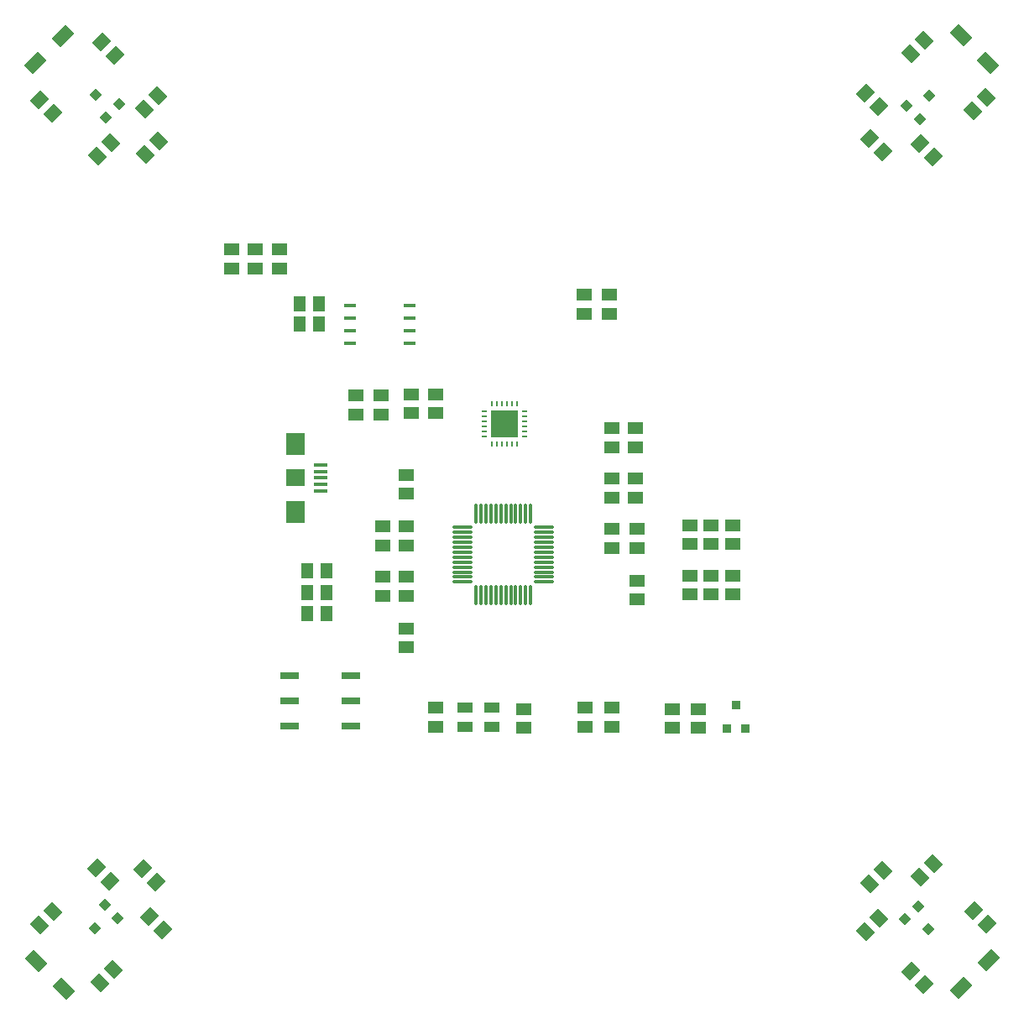
<source format=gtp>
%FSLAX25Y25*%
%MOIN*%
G70*
G01*
G75*
G04 Layer_Color=8421504*
G04:AMPARAMS|DCode=10|XSize=78.74mil|YSize=47.24mil|CornerRadius=0mil|HoleSize=0mil|Usage=FLASHONLY|Rotation=45.000|XOffset=0mil|YOffset=0mil|HoleType=Round|Shape=Rectangle|*
%AMROTATEDRECTD10*
4,1,4,-0.01114,-0.04454,-0.04454,-0.01114,0.01114,0.04454,0.04454,0.01114,-0.01114,-0.04454,0.0*
%
%ADD10ROTATEDRECTD10*%

G04:AMPARAMS|DCode=11|XSize=78.74mil|YSize=47.24mil|CornerRadius=0mil|HoleSize=0mil|Usage=FLASHONLY|Rotation=315.000|XOffset=0mil|YOffset=0mil|HoleType=Round|Shape=Rectangle|*
%AMROTATEDRECTD11*
4,1,4,-0.04454,0.01114,-0.01114,0.04454,0.04454,-0.01114,0.01114,-0.04454,-0.04454,0.01114,0.0*
%
%ADD11ROTATEDRECTD11*%

%ADD12O,0.08268X0.01181*%
%ADD13O,0.01181X0.08268*%
G04:AMPARAMS|DCode=14|XSize=59.06mil|YSize=51.18mil|CornerRadius=0mil|HoleSize=0mil|Usage=FLASHONLY|Rotation=225.000|XOffset=0mil|YOffset=0mil|HoleType=Round|Shape=Rectangle|*
%AMROTATEDRECTD14*
4,1,4,0.00278,0.03897,0.03897,0.00278,-0.00278,-0.03897,-0.03897,-0.00278,0.00278,0.03897,0.0*
%
%ADD14ROTATEDRECTD14*%

G04:AMPARAMS|DCode=15|XSize=35.43mil|YSize=37.4mil|CornerRadius=0mil|HoleSize=0mil|Usage=FLASHONLY|Rotation=45.000|XOffset=0mil|YOffset=0mil|HoleType=Round|Shape=Rectangle|*
%AMROTATEDRECTD15*
4,1,4,0.00070,-0.02575,-0.02575,0.00070,-0.00070,0.02575,0.02575,-0.00070,0.00070,-0.02575,0.0*
%
%ADD15ROTATEDRECTD15*%

G04:AMPARAMS|DCode=16|XSize=35.43mil|YSize=37.4mil|CornerRadius=0mil|HoleSize=0mil|Usage=FLASHONLY|Rotation=45.000|XOffset=0mil|YOffset=0mil|HoleType=Round|Shape=Rectangle|*
%AMROTATEDRECTD16*
4,1,4,0.00070,-0.02575,-0.02575,0.00070,-0.00070,0.02575,0.02575,-0.00070,0.00070,-0.02575,0.0*
%
%ADD16ROTATEDRECTD16*%

G04:AMPARAMS|DCode=17|XSize=59.06mil|YSize=51.18mil|CornerRadius=0mil|HoleSize=0mil|Usage=FLASHONLY|Rotation=135.000|XOffset=0mil|YOffset=0mil|HoleType=Round|Shape=Rectangle|*
%AMROTATEDRECTD17*
4,1,4,0.03897,-0.00278,0.00278,-0.03897,-0.03897,0.00278,-0.00278,0.03897,0.03897,-0.00278,0.0*
%
%ADD17ROTATEDRECTD17*%

G04:AMPARAMS|DCode=18|XSize=53.15mil|YSize=15.75mil|CornerRadius=0mil|HoleSize=0mil|Usage=FLASHONLY|Rotation=0.000|XOffset=0mil|YOffset=0mil|HoleType=Round|Shape=Octagon|*
%AMOCTAGOND18*
4,1,8,0.02658,-0.00394,0.02658,0.00394,0.02264,0.00787,-0.02264,0.00787,-0.02658,0.00394,-0.02658,-0.00394,-0.02264,-0.00787,0.02264,-0.00787,0.02658,-0.00394,0.0*
%
%ADD18OCTAGOND18*%

%ADD19R,0.07480X0.09000*%
%ADD20R,0.07480X0.07087*%
G04:AMPARAMS|DCode=21|XSize=35.43mil|YSize=37.4mil|CornerRadius=0mil|HoleSize=0mil|Usage=FLASHONLY|Rotation=135.000|XOffset=0mil|YOffset=0mil|HoleType=Round|Shape=Rectangle|*
%AMROTATEDRECTD21*
4,1,4,0.02575,0.00070,-0.00070,-0.02575,-0.02575,-0.00070,0.00070,0.02575,0.02575,0.00070,0.0*
%
%ADD21ROTATEDRECTD21*%

G04:AMPARAMS|DCode=22|XSize=35.43mil|YSize=37.4mil|CornerRadius=0mil|HoleSize=0mil|Usage=FLASHONLY|Rotation=135.000|XOffset=0mil|YOffset=0mil|HoleType=Round|Shape=Rectangle|*
%AMROTATEDRECTD22*
4,1,4,0.02575,0.00070,-0.00070,-0.02575,-0.02575,-0.00070,0.00070,0.02575,0.02575,0.00070,0.0*
%
%ADD22ROTATEDRECTD22*%

%ADD23R,0.07480X0.02756*%
%ADD24O,0.02362X0.00984*%
%ADD25O,0.00984X0.02362*%
%ADD26R,0.11024X0.10630*%
%ADD27R,0.05906X0.05118*%
%ADD28R,0.05906X0.03937*%
%ADD29R,0.04724X0.01654*%
%ADD30R,0.05118X0.05906*%
%ADD31R,0.03543X0.03740*%
%ADD32R,0.03543X0.03740*%
%ADD33C,0.01000*%
%ADD34C,0.05906*%
%ADD35R,0.05906X0.05906*%
%ADD36R,0.05906X0.05906*%
%ADD37C,0.31496*%
%ADD38C,0.01969*%
%ADD39R,0.06102X0.04331*%
%ADD40R,0.06102X0.04331*%
%ADD41R,0.06102X0.13583*%
%ADD42R,0.07874X0.05906*%
%ADD43R,0.09843X0.07087*%
%ADD44R,0.03937X0.01575*%
%ADD45R,0.03937X0.01575*%
%ADD46R,0.07087X0.09843*%
%ADD47R,0.01575X0.03937*%
%ADD48R,0.01575X0.03937*%
%ADD49C,0.00984*%
%ADD50C,0.02362*%
%ADD51C,0.00787*%
D10*
X188253Y985140D02*
D03*
X199213Y996101D02*
D03*
X566747Y628860D02*
D03*
X555787Y617899D02*
D03*
D11*
X555640Y996247D02*
D03*
X566601Y985287D02*
D03*
X199360Y617753D02*
D03*
X188399Y628713D02*
D03*
D12*
X357858Y800827D02*
D03*
Y798858D02*
D03*
Y796890D02*
D03*
Y794921D02*
D03*
Y792953D02*
D03*
Y790984D02*
D03*
Y789016D02*
D03*
Y787047D02*
D03*
Y785079D02*
D03*
Y783110D02*
D03*
Y781142D02*
D03*
Y779173D02*
D03*
X390142D02*
D03*
Y781142D02*
D03*
Y783110D02*
D03*
Y785079D02*
D03*
Y787047D02*
D03*
Y789016D02*
D03*
Y790984D02*
D03*
Y792953D02*
D03*
Y794921D02*
D03*
Y796890D02*
D03*
Y798858D02*
D03*
Y800827D02*
D03*
D13*
X363173Y773858D02*
D03*
X365142D02*
D03*
X367110D02*
D03*
X369079D02*
D03*
X371047D02*
D03*
X373016D02*
D03*
X374984D02*
D03*
X376953D02*
D03*
X378921D02*
D03*
X380890D02*
D03*
X382858D02*
D03*
X384827D02*
D03*
Y806142D02*
D03*
X382858D02*
D03*
X380890D02*
D03*
X378921D02*
D03*
X376953D02*
D03*
X374984D02*
D03*
X373016D02*
D03*
X371047D02*
D03*
X369079D02*
D03*
X367110D02*
D03*
X365142D02*
D03*
X363173D02*
D03*
D14*
X189855Y970645D02*
D03*
X195145Y965355D02*
D03*
X214355Y993645D02*
D03*
X219645Y988355D02*
D03*
X217645Y660355D02*
D03*
X212355Y665645D02*
D03*
X233355Y646145D02*
D03*
X238645Y640855D02*
D03*
X230855Y665145D02*
D03*
X236145Y659855D02*
D03*
X524645Y949855D02*
D03*
X519355Y955145D02*
D03*
X523145Y967855D02*
D03*
X517855Y973145D02*
D03*
X544645Y947855D02*
D03*
X539355Y953145D02*
D03*
X541145Y619355D02*
D03*
X535855Y624645D02*
D03*
X560855Y648645D02*
D03*
X566145Y643355D02*
D03*
D15*
X216126Y963584D02*
D03*
X212229Y972771D02*
D03*
X538874Y650416D02*
D03*
X542771Y641229D02*
D03*
D16*
X221416Y968874D02*
D03*
X533584Y645126D02*
D03*
D17*
X218145Y953645D02*
D03*
X212855Y948355D02*
D03*
X231355Y966855D02*
D03*
X236645Y972145D02*
D03*
X195145Y648145D02*
D03*
X189855Y642855D02*
D03*
X219145Y625145D02*
D03*
X213855Y619855D02*
D03*
X237145Y954145D02*
D03*
X231855Y948855D02*
D03*
X565645Y971645D02*
D03*
X560355Y966355D02*
D03*
X535855Y988855D02*
D03*
X541145Y994145D02*
D03*
X517855Y640355D02*
D03*
X523145Y645645D02*
D03*
X539355Y661855D02*
D03*
X544645Y667145D02*
D03*
X519355Y659355D02*
D03*
X524645Y664645D02*
D03*
D18*
X301500Y825618D02*
D03*
Y823059D02*
D03*
Y820500D02*
D03*
Y817941D02*
D03*
Y815382D02*
D03*
D19*
X291500Y807000D02*
D03*
Y834000D02*
D03*
D20*
Y820500D02*
D03*
D21*
X220916Y645626D02*
D03*
X211729Y641729D02*
D03*
X534084Y968374D02*
D03*
X543271Y972271D02*
D03*
D22*
X215626Y650916D02*
D03*
X539374Y963084D02*
D03*
D23*
X289000Y742000D02*
D03*
Y732000D02*
D03*
Y722000D02*
D03*
X313500Y742000D02*
D03*
Y732000D02*
D03*
Y722000D02*
D03*
D24*
X366429Y846921D02*
D03*
Y844953D02*
D03*
Y842984D02*
D03*
Y841016D02*
D03*
Y839047D02*
D03*
Y837079D02*
D03*
X382571D02*
D03*
Y839047D02*
D03*
Y841016D02*
D03*
Y842984D02*
D03*
Y844953D02*
D03*
Y846921D02*
D03*
D25*
X369579Y833929D02*
D03*
X371547D02*
D03*
X373516D02*
D03*
X375484D02*
D03*
X377453D02*
D03*
X379421D02*
D03*
Y850071D02*
D03*
X377453D02*
D03*
X375484D02*
D03*
X373516D02*
D03*
X371547D02*
D03*
X369579D02*
D03*
D26*
X374500Y842000D02*
D03*
D27*
X315500Y853240D02*
D03*
Y845760D02*
D03*
X325500Y853240D02*
D03*
Y845760D02*
D03*
X347000Y853740D02*
D03*
Y846260D02*
D03*
X337500D02*
D03*
Y853740D02*
D03*
X382000Y728740D02*
D03*
Y721260D02*
D03*
X347000Y721760D02*
D03*
Y729240D02*
D03*
X326000Y781240D02*
D03*
Y773760D02*
D03*
X335500Y781240D02*
D03*
Y773760D02*
D03*
X417000Y812760D02*
D03*
Y820240D02*
D03*
X426500Y812760D02*
D03*
Y820240D02*
D03*
X417000Y792760D02*
D03*
Y800240D02*
D03*
X427000Y792760D02*
D03*
Y800240D02*
D03*
X326000Y801240D02*
D03*
Y793760D02*
D03*
X335500Y801240D02*
D03*
Y793760D02*
D03*
X441000Y728740D02*
D03*
Y721260D02*
D03*
X451500Y728740D02*
D03*
Y721260D02*
D03*
X335500Y760740D02*
D03*
Y753260D02*
D03*
X427000Y779740D02*
D03*
Y772260D02*
D03*
X426500Y840240D02*
D03*
Y832760D02*
D03*
X335500Y821740D02*
D03*
Y814260D02*
D03*
X406000Y893240D02*
D03*
Y885760D02*
D03*
X416000Y893240D02*
D03*
Y885760D02*
D03*
X406500Y729240D02*
D03*
Y721760D02*
D03*
X417000Y729240D02*
D03*
Y721760D02*
D03*
X448000Y781740D02*
D03*
Y774260D02*
D03*
X456500D02*
D03*
Y781740D02*
D03*
X465000Y774260D02*
D03*
Y781740D02*
D03*
X448000Y801740D02*
D03*
Y794260D02*
D03*
X456500Y801740D02*
D03*
Y794260D02*
D03*
X465000Y801740D02*
D03*
Y794260D02*
D03*
X266000Y911240D02*
D03*
Y903760D02*
D03*
X275500Y911240D02*
D03*
Y903760D02*
D03*
X285000D02*
D03*
Y911240D02*
D03*
X417000Y832760D02*
D03*
Y840240D02*
D03*
D28*
X358870Y729374D02*
D03*
Y721500D02*
D03*
X369500Y729374D02*
D03*
Y721500D02*
D03*
D29*
X313000Y889000D02*
D03*
Y884000D02*
D03*
Y879000D02*
D03*
Y874000D02*
D03*
X336622Y889000D02*
D03*
Y884000D02*
D03*
Y879000D02*
D03*
Y874000D02*
D03*
D30*
X296260Y783500D02*
D03*
X303740D02*
D03*
X296260Y775000D02*
D03*
X303740D02*
D03*
X296260Y766500D02*
D03*
X303740D02*
D03*
X293260Y881500D02*
D03*
X300740D02*
D03*
X293260Y889500D02*
D03*
X300740D02*
D03*
D31*
X462760Y720874D02*
D03*
X466500Y730126D02*
D03*
D32*
X470240Y720874D02*
D03*
M02*

</source>
